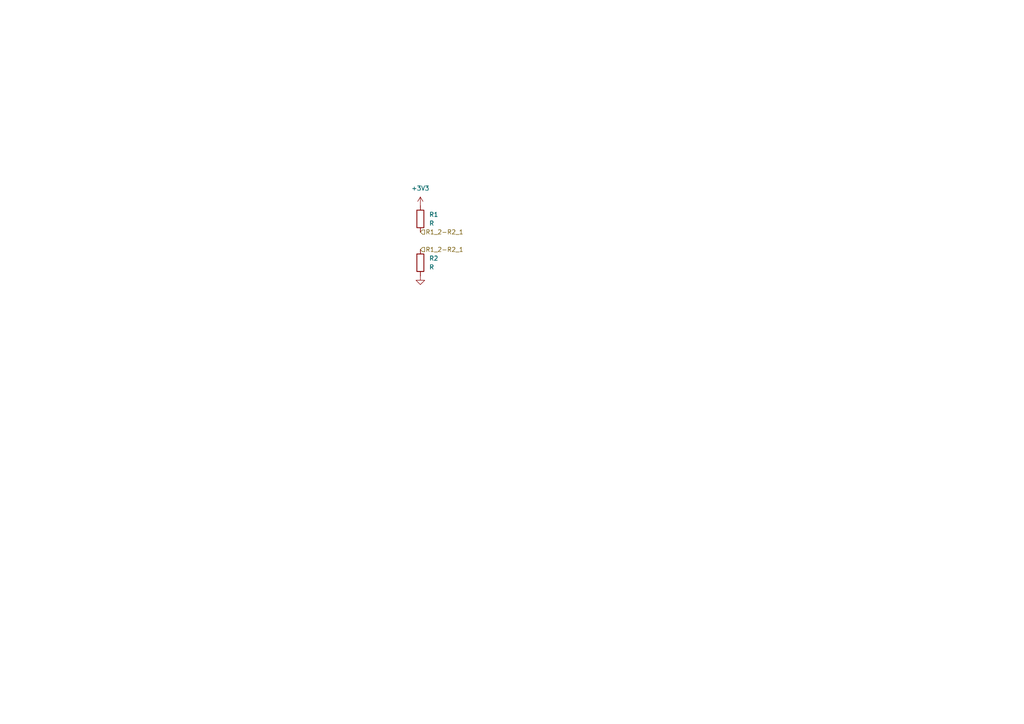
<source format=kicad_sch>
(kicad_sch (version 20231120) (generator "eeschema") (generator_version "8.0")
  (paper "A4")
  (lib_symbols
    (symbol "Device:R" (pin_numbers hide) (pin_names (offset 0))
      (property "Reference" "R" (at 2.032 0 90))
      (property "Value" "R" (at 0 0 90))
      (symbol "R_0_1"
        (rectangle (start -1.016 -2.54) (end 1.016 2.54) (stroke (width 0.254)))
      )
      (symbol "R_1_1"
        (pin passive line (at 0 3.81 270) (length 1.27) (name "~") (number "1"))
        (pin passive line (at 0 -3.81 90) (length 1.27) (name "~") (number "2"))
      )
    )
    (symbol "power:+3V3" (power) (pin_numbers hide) (pin_names (offset 0) hide)
      (property "Value" "+3V3" (at 0 3.556 0))
      (symbol "+3V3_0_1"
        (polyline (pts (xy -0.762 1.27) (xy 0 2.54)))
        (polyline (pts (xy 0 0) (xy 0 2.54)))
        (polyline (pts (xy 0 2.54) (xy 0.762 1.27)))
      )
      (symbol "+3V3_1_1"
        (pin power_in line (at 0 0 90) (length 0) (name "~") (number "1"))
      )
    )
    (symbol "power:GND" (power) (pin_numbers hide) (pin_names (offset 0) hide)
      (property "Value" "GND" (at 0 -3.81 0))
      (symbol "GND_0_1"
        (polyline (pts (xy 0 0) (xy 0 -1.27) (xy 1.27 -1.27) (xy 0 -2.54) (xy -1.27 -1.27) (xy 0 -1.27)))
      )
      (symbol "GND_1_1"
        (pin power_in line (at 0 0 270) (length 0) (name "~") (number "1"))
      )
    )
  )
  (hierarchical_label "R1_2-R2_1" (shape input) (at 121.92 72.39 0))
  (hierarchical_label "R1_2-R2_1" (shape input) (at 121.92 67.31 0))
  (symbol (lib_id "Device:R") (at 121.92 63.5 0) (unit 1)
    (property "Reference" "R1" (at 124.46 62.2299 0) (effects (justify left)))
    (property "Value" "R" (at 124.46 64.7699 0) (effects (justify left)))
    (property "Footprint" "Resistor_SMD:R_0603_1608Metric" (effects (hide yes)))
    (property "Description" "Resistor" (effects (hide yes)))
  )
  (symbol (lib_id "power:+3V3") (at 121.92 59.69 0) (unit 1)
    (property "Reference" "#PWR04" (effects (hide yes)))
    (property "Value" "+3V3" (at 121.92 54.61 0))
    (property "Description" "Power symbol creates a global label with name \"+3V3\"" (effects (hide yes)))
  )
  (symbol (lib_id "Device:R") (at 121.92 76.2 0) (unit 1)
    (property "Reference" "R2" (at 124.46 74.9299 0) (effects (justify left)))
    (property "Value" "R" (at 124.46 77.4699 0) (effects (justify left)))
    (property "Footprint" "Resistor_SMD:R_0603_1608Metric" (effects (hide yes)))
    (property "Description" "Resistor" (effects (hide yes)))
  )
  (symbol (lib_id "power:GND") (at 121.92 80.01 0) (unit 1)
    (property "Reference" "#PWR05" (effects (hide yes)))
    (property "Value" "GND" (effects (hide yes)))
    (property "Description" "Power symbol creates a global label with name \"GND\" , ground" (effects (hide yes)))
  )
)
</source>
